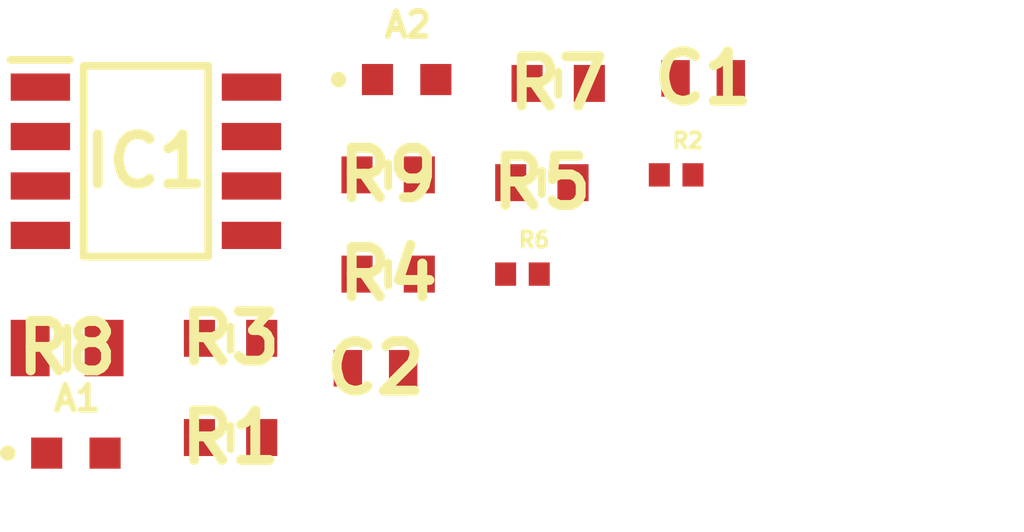
<source format=kicad_pcb>
(kicad_pcb (version 20211014) (generator pcbnew)
  (layers (0 "F.Cu" signal) (31 "B.Cu" signal) (34 "B.Paste" user) (35 "F.Paste" user) (36 "B.SilkS" user "B.Silkscreen") (37 "F.SilkS" user "F.Silkscreen") (38 "B.Mask" user) (39 "F.Mask" user) (44 "Edge.Cuts" user))
  (net 0 "")
  (net 1 "Vsupply")
  (net 2 "Vout1")
  (net 3 "Vout2")
  (net 4 "+5v")
  (net 5 "IN1-")
  (net 6 "IN1+")
  (net 7 "IN2+")
  (net 8 "IN2-")
  (net 9 "OUT2")
  (footprint "SamacSys_Parts:RESC1608X55N" (layer "F.Cu") (at 129.945 99.53)
    (fp_text reference "R9" (at 0 0) (layer "F.SilkS") (effects (font (size 1.27 1.27) (thickness 0.254))))
    (fp_text value "RC0603JR-0710KL" hide)
    (fp_line (start 0 -0.3) (end 0 0.3) (layer "F.SilkS") (width 0.2))
    (pad "1" smd rect locked (at -0.8 0) (size 0.8 0.95) (layers "F.Cu" "F.Paste" "F.Mask") (net 6 "IN1+"))
    (pad "2" smd rect locked (at 0.8 0) (size 0.8 0.95) (layers "F.Cu" "F.Paste" "F.Mask") (net 1 "Vsupply"))
  )
  (footprint "SamacSys_Parts:RESC1608X55N" (layer "F.Cu") (at 134.315 97.18)
    (fp_text reference "R7" (at 0 0) (layer "F.SilkS") (effects (font (size 1.27 1.27) (thickness 0.254))))
    (fp_text value "RC0603FR-071KL" hide)
    (fp_line (start 0 -0.3) (end 0 0.3) (layer "F.SilkS") (width 0.2))
    (pad "1" smd rect locked (at -0.8 0) (size 0.8 0.95) (layers "F.Cu" "F.Paste" "F.Mask") (net 5 "IN1-"))
    (pad "2" smd rect locked (at 0.8 0) (size 0.8 0.95) (layers "F.Cu" "F.Paste" "F.Mask") (net 4 "+5v"))
  )
  (footprint "SamacSys_Parts:CAPC1608X90N" (layer "F.Cu") (at 138.04 97.05)
    (fp_text reference "C1" (at 0 0) (layer "F.SilkS") (effects (font (size 1.27 1.27) (thickness 0.254))))
    (fp_text value "CL10A105KB8NNNC" hide)
    (pad "1" smd rect locked (at -0.71 0) (size 0.73 0.94) (layers "F.Cu" "F.Paste" "F.Mask") (net 2 "Vout1"))
    (pad "2" smd rect locked (at 0.71 0) (size 0.73 0.94) (layers "F.Cu" "F.Paste" "F.Mask") (net 4 "+5v"))
  )
  (footprint "footprints:XDCR_ALS-PT19-315C_L177_TR8" (layer "F.Cu") (at 130.42 97.08)
    (fp_text reference "A2" (at 0.032 -1.4064) (layer "F.SilkS") (effects (font (size 0.64 0.64))))
    (fp_text value "ALS-PT19-315C/L177/TR8")
    (fp_circle (center -1.75 0) (end -1.65 0) (layer "F.SilkS") (width 0.2) (fill none))
    (pad "1" smd rect locked (at -0.75 0) (size 0.8 0.8) (layers "F.Cu" "F.Paste" "F.Mask") (net 1 "Vsupply"))
    (pad "2" smd rect locked (at 0.75 0) (size 0.8 0.8) (layers "F.Cu" "F.Paste" "F.Mask") (net 3 "Vout2"))
  )
  (footprint "SamacSys_Parts:RESC1608X55N" (layer "F.Cu") (at 125.895 103.73)
    (fp_text reference "R3" (at 0 0) (layer "F.SilkS") (effects (font (size 1.27 1.27) (thickness 0.254))))
    (fp_text value "RC0603FR-071KL" hide)
    (fp_line (start 0 -0.3) (end 0 0.3) (layer "F.SilkS") (width 0.2))
    (pad "1" smd rect locked (at -0.8 0) (size 0.8 0.95) (layers "F.Cu" "F.Paste" "F.Mask") (net 8 "IN2-"))
    (pad "2" smd rect locked (at 0.8 0) (size 0.8 0.95) (layers "F.Cu" "F.Paste" "F.Mask") (net 2 "Vout1"))
  )
  (footprint "footprints:XDCR_ALS-PT19-315C_L177_TR8" (layer "F.Cu") (at 121.92 106.68)
    (fp_text reference "A1" (at 0.032 -1.4064) (layer "F.SilkS") (effects (font (size 0.64 0.64))))
    (fp_text value "ALS-PT19-315C/L177/TR8")
    (fp_circle (center -1.75 0) (end -1.65 0) (layer "F.SilkS") (width 0.2) (fill none))
    (pad "1" smd rect locked (at -0.75 0) (size 0.8 0.8) (layers "F.Cu" "F.Paste" "F.Mask") (net 1 "Vsupply"))
    (pad "2" smd rect locked (at 0.75 0) (size 0.8 0.8) (layers "F.Cu" "F.Paste" "F.Mask") (net 2 "Vout1"))
  )
  (footprint "SamacSys_Parts:RESC1608X55N" (layer "F.Cu") (at 129.945 102.08)
    (fp_text reference "R4" (at 0 0) (layer "F.SilkS") (effects (font (size 1.27 1.27) (thickness 0.254))))
    (fp_text value "RC0603FR-071KL" hide)
    (fp_line (start 0 -0.3) (end 0 0.3) (layer "F.SilkS") (width 0.2))
    (pad "1" smd rect locked (at -0.8 0) (size 0.8 0.95) (layers "F.Cu" "F.Paste" "F.Mask") (net 7 "IN2+"))
    (pad "2" smd rect locked (at 0.8 0) (size 0.8 0.95) (layers "F.Cu" "F.Paste" "F.Mask") (net 4 "+5v"))
  )
  (footprint "footprints:RESC1005X37N" (layer "F.Cu") (at 137.345 99.53)
    (fp_text reference "R2" (at 0.3 -0.88) (layer "F.SilkS") (effects (font (size 0.393701 0.393701))))
    (fp_text value "AC0402FR-07536KL")
    (pad "1" smd rect locked (at -0.432 0) (size 0.54 0.6) (layers "F.Cu" "F.Paste" "F.Mask") (net 2 "Vout1"))
    (pad "2" smd rect locked (at 0.432 0) (size 0.54 0.6) (layers "F.Cu" "F.Paste" "F.Mask") (net 4 "+5v"))
  )
  (footprint "footprints:RESC1005X37N" (layer "F.Cu") (at 133.395 102.08)
    (fp_text reference "R6" (at 0.3 -0.88) (layer "F.SilkS") (effects (font (size 0.393701 0.393701))))
    (fp_text value "AC0402FR-07536KL")
    (pad "1" smd rect locked (at -0.432 0) (size 0.54 0.6) (layers "F.Cu" "F.Paste" "F.Mask") (net 3 "Vout2"))
    (pad "2" smd rect locked (at 0.432 0) (size 0.54 0.6) (layers "F.Cu" "F.Paste" "F.Mask") (net 4 "+5v"))
  )
  (footprint "footprints:SOIC127P600X175-8N" (layer "F.Cu") (at 123.72 99.18)
    (fp_text reference "IC1" (at 0 0) (layer "F.SilkS") (effects (font (size 1.27 1.27) (thickness 0.254))))
    (fp_text value "LM358DT" hide)
    (fp_line (start -3.475 -2.605) (end -1.95 -2.605) (layer "F.SilkS") (width 0.2))
    (fp_line (start -1.6 -2.45) (end 1.6 -2.45) (layer "F.SilkS") (width 0.2))
    (fp_line (start 1.6 2.45) (end -1.6 2.45) (layer "F.SilkS") (width 0.2))
    (fp_line (start -1.6 2.45) (end -1.6 -2.45) (layer "F.SilkS") (width 0.2))
    (fp_line (start 1.6 -2.45) (end 1.6 2.45) (layer "F.SilkS") (width 0.2))
    (pad "1" smd rect locked (at -2.712 -1.905 90) (size 0.7 1.525) (layers "F.Cu" "F.Paste" "F.Mask") (net 4 "+5v"))
    (pad "2" smd rect locked (at -2.712 -0.635 90) (size 0.7 1.525) (layers "F.Cu" "F.Paste" "F.Mask") (net 5 "IN1-"))
    (pad "3" smd rect locked (at -2.712 0.635 90) (size 0.7 1.525) (layers "F.Cu" "F.Paste" "F.Mask") (net 6 "IN1+"))
    (pad "4" smd rect locked (at -2.712 1.905 90) (size 0.7 1.525) (layers "F.Cu" "F.Paste" "F.Mask") (net 4 "+5v"))
    (pad "5" smd rect locked (at 2.712 1.905 90) (size 0.7 1.525) (layers "F.Cu" "F.Paste" "F.Mask") (net 7 "IN2+"))
    (pad "6" smd rect locked (at 2.712 0.635 90) (size 0.7 1.525) (layers "F.Cu" "F.Paste" "F.Mask") (net 8 "IN2-"))
    (pad "7" smd rect locked (at 2.712 -0.635 90) (size 0.7 1.525) (layers "F.Cu" "F.Paste" "F.Mask") (net 9 "OUT2"))
    (pad "8" smd rect locked (at 2.712 -1.905 90) (size 0.7 1.525) (layers "F.Cu" "F.Paste" "F.Mask") (net 4 "+5v"))
  )
  (footprint "SamacSys_Parts:RESC1608X55N" (layer "F.Cu") (at 133.895 99.73)
    (fp_text reference "R5" (at 0 0) (layer "F.SilkS") (effects (font (size 1.27 1.27) (thickness 0.254))))
    (fp_text value "RC0603FR-071KL" hide)
    (fp_line (start 0 -0.3) (end 0 0.3) (layer "F.SilkS") (width 0.2))
    (pad "1" smd rect locked (at -0.8 0) (size 0.8 0.95) (layers "F.Cu" "F.Paste" "F.Mask") (net 7 "IN2+"))
    (pad "2" smd rect locked (at 0.8 0) (size 0.8 0.95) (layers "F.Cu" "F.Paste" "F.Mask") (net 3 "Vout2"))
  )
  (footprint "SamacSys_Parts:RESC2012X60N" (layer "F.Cu") (at 121.695 103.98)
    (fp_text reference "R8" (at 0 0) (layer "F.SilkS") (effects (font (size 1.27 1.27) (thickness 0.254))))
    (fp_text value "CR0805-FX-5110ELF" hide)
    (fp_line (start 0 -0.525) (end 0 0.525) (layer "F.SilkS") (width 0.2))
    (pad "1" smd rect locked (at -0.95 0) (size 1 1.45) (layers "F.Cu" "F.Paste" "F.Mask") (net 5 "IN1-"))
    (pad "2" smd rect locked (at 0.95 0) (size 1 1.45) (layers "F.Cu" "F.Paste" "F.Mask") (net 4 "+5v"))
  )
  (footprint "SamacSys_Parts:RESC1608X55N" (layer "F.Cu") (at 125.895 106.28)
    (fp_text reference "R1" (at 0 0) (layer "F.SilkS") (effects (font (size 1.27 1.27) (thickness 0.254))))
    (fp_text value "RC0603FR-071KL" hide)
    (fp_line (start 0 -0.3) (end 0 0.3) (layer "F.SilkS") (width 0.2))
    (pad "1" smd rect locked (at -0.8 0) (size 0.8 0.95) (layers "F.Cu" "F.Paste" "F.Mask") (net 8 "IN2-"))
    (pad "2" smd rect locked (at 0.8 0) (size 0.8 0.95) (layers "F.Cu" "F.Paste" "F.Mask") (net 9 "OUT2"))
  )
  (footprint "SamacSys_Parts:CAPC1608X90N" (layer "F.Cu") (at 129.62 104.5)
    (fp_text reference "C2" (at 0 0) (layer "F.SilkS") (effects (font (size 1.27 1.27) (thickness 0.254))))
    (fp_text value "CL10A105KB8NNNC" hide)
    (pad "1" smd rect locked (at -0.71 0) (size 0.73 0.94) (layers "F.Cu" "F.Paste" "F.Mask") (net 3 "Vout2"))
    (pad "2" smd rect locked (at 0.71 0) (size 0.73 0.94) (layers "F.Cu" "F.Paste" "F.Mask") (net 4 "+5v"))
  )
)
</source>
